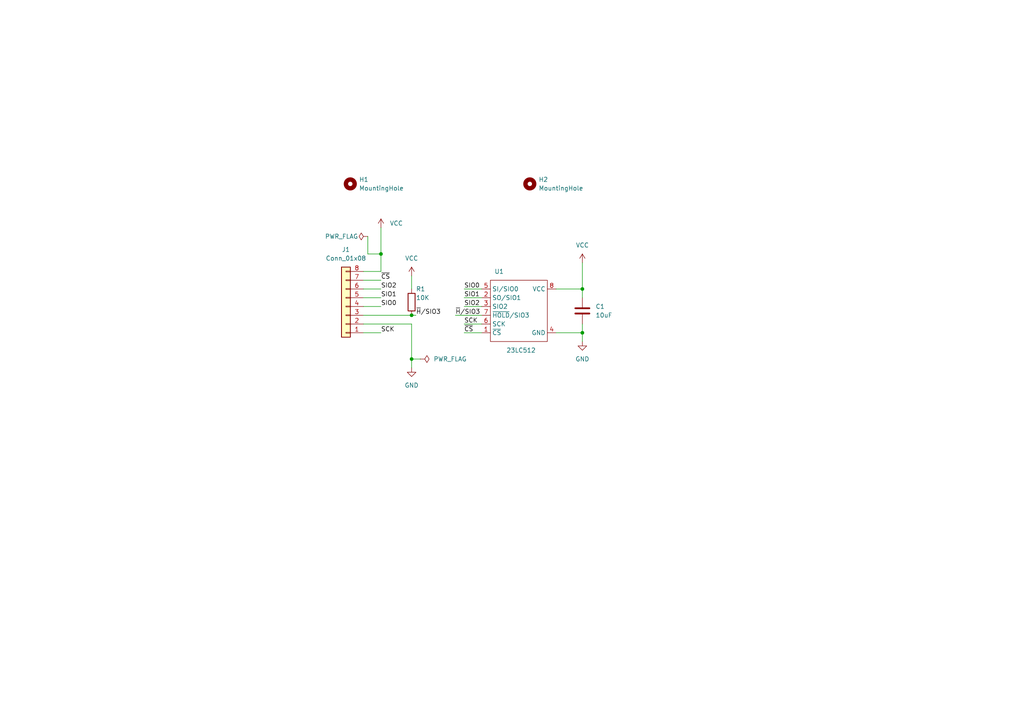
<source format=kicad_sch>
(kicad_sch (version 20211123) (generator eeschema)

  (uuid e63e39d7-6ac0-4ffd-8aa3-1841a4541b55)

  (paper "A4")

  (title_block
    (title "23LC512 Breakout")
    (date "2022-01-10")
    (rev "1")
    (comment 1 "Author: Scott Clewell")
  )

  (lib_symbols
    (symbol "Connector_Generic:Conn_01x08" (pin_names (offset 1.016) hide) (in_bom yes) (on_board yes)
      (property "Reference" "J" (id 0) (at 0 10.16 0)
        (effects (font (size 1.27 1.27)))
      )
      (property "Value" "Conn_01x08" (id 1) (at 0 -12.7 0)
        (effects (font (size 1.27 1.27)))
      )
      (property "Footprint" "" (id 2) (at 0 0 0)
        (effects (font (size 1.27 1.27)) hide)
      )
      (property "Datasheet" "~" (id 3) (at 0 0 0)
        (effects (font (size 1.27 1.27)) hide)
      )
      (property "ki_keywords" "connector" (id 4) (at 0 0 0)
        (effects (font (size 1.27 1.27)) hide)
      )
      (property "ki_description" "Generic connector, single row, 01x08, script generated (kicad-library-utils/schlib/autogen/connector/)" (id 5) (at 0 0 0)
        (effects (font (size 1.27 1.27)) hide)
      )
      (property "ki_fp_filters" "Connector*:*_1x??_*" (id 6) (at 0 0 0)
        (effects (font (size 1.27 1.27)) hide)
      )
      (symbol "Conn_01x08_1_1"
        (rectangle (start -1.27 -10.033) (end 0 -10.287)
          (stroke (width 0.1524) (type default) (color 0 0 0 0))
          (fill (type none))
        )
        (rectangle (start -1.27 -7.493) (end 0 -7.747)
          (stroke (width 0.1524) (type default) (color 0 0 0 0))
          (fill (type none))
        )
        (rectangle (start -1.27 -4.953) (end 0 -5.207)
          (stroke (width 0.1524) (type default) (color 0 0 0 0))
          (fill (type none))
        )
        (rectangle (start -1.27 -2.413) (end 0 -2.667)
          (stroke (width 0.1524) (type default) (color 0 0 0 0))
          (fill (type none))
        )
        (rectangle (start -1.27 0.127) (end 0 -0.127)
          (stroke (width 0.1524) (type default) (color 0 0 0 0))
          (fill (type none))
        )
        (rectangle (start -1.27 2.667) (end 0 2.413)
          (stroke (width 0.1524) (type default) (color 0 0 0 0))
          (fill (type none))
        )
        (rectangle (start -1.27 5.207) (end 0 4.953)
          (stroke (width 0.1524) (type default) (color 0 0 0 0))
          (fill (type none))
        )
        (rectangle (start -1.27 7.747) (end 0 7.493)
          (stroke (width 0.1524) (type default) (color 0 0 0 0))
          (fill (type none))
        )
        (rectangle (start -1.27 8.89) (end 1.27 -11.43)
          (stroke (width 0.254) (type default) (color 0 0 0 0))
          (fill (type background))
        )
        (pin passive line (at -5.08 7.62 0) (length 3.81)
          (name "Pin_1" (effects (font (size 1.27 1.27))))
          (number "1" (effects (font (size 1.27 1.27))))
        )
        (pin passive line (at -5.08 5.08 0) (length 3.81)
          (name "Pin_2" (effects (font (size 1.27 1.27))))
          (number "2" (effects (font (size 1.27 1.27))))
        )
        (pin passive line (at -5.08 2.54 0) (length 3.81)
          (name "Pin_3" (effects (font (size 1.27 1.27))))
          (number "3" (effects (font (size 1.27 1.27))))
        )
        (pin passive line (at -5.08 0 0) (length 3.81)
          (name "Pin_4" (effects (font (size 1.27 1.27))))
          (number "4" (effects (font (size 1.27 1.27))))
        )
        (pin passive line (at -5.08 -2.54 0) (length 3.81)
          (name "Pin_5" (effects (font (size 1.27 1.27))))
          (number "5" (effects (font (size 1.27 1.27))))
        )
        (pin passive line (at -5.08 -5.08 0) (length 3.81)
          (name "Pin_6" (effects (font (size 1.27 1.27))))
          (number "6" (effects (font (size 1.27 1.27))))
        )
        (pin passive line (at -5.08 -7.62 0) (length 3.81)
          (name "Pin_7" (effects (font (size 1.27 1.27))))
          (number "7" (effects (font (size 1.27 1.27))))
        )
        (pin passive line (at -5.08 -10.16 0) (length 3.81)
          (name "Pin_8" (effects (font (size 1.27 1.27))))
          (number "8" (effects (font (size 1.27 1.27))))
        )
      )
    )
    (symbol "Device:C" (pin_numbers hide) (pin_names (offset 0.254)) (in_bom yes) (on_board yes)
      (property "Reference" "C" (id 0) (at 0.635 2.54 0)
        (effects (font (size 1.27 1.27)) (justify left))
      )
      (property "Value" "C" (id 1) (at 0.635 -2.54 0)
        (effects (font (size 1.27 1.27)) (justify left))
      )
      (property "Footprint" "" (id 2) (at 0.9652 -3.81 0)
        (effects (font (size 1.27 1.27)) hide)
      )
      (property "Datasheet" "~" (id 3) (at 0 0 0)
        (effects (font (size 1.27 1.27)) hide)
      )
      (property "ki_keywords" "cap capacitor" (id 4) (at 0 0 0)
        (effects (font (size 1.27 1.27)) hide)
      )
      (property "ki_description" "Unpolarized capacitor" (id 5) (at 0 0 0)
        (effects (font (size 1.27 1.27)) hide)
      )
      (property "ki_fp_filters" "C_*" (id 6) (at 0 0 0)
        (effects (font (size 1.27 1.27)) hide)
      )
      (symbol "C_0_1"
        (polyline
          (pts
            (xy -2.032 -0.762)
            (xy 2.032 -0.762)
          )
          (stroke (width 0.508) (type default) (color 0 0 0 0))
          (fill (type none))
        )
        (polyline
          (pts
            (xy -2.032 0.762)
            (xy 2.032 0.762)
          )
          (stroke (width 0.508) (type default) (color 0 0 0 0))
          (fill (type none))
        )
      )
      (symbol "C_1_1"
        (pin passive line (at 0 3.81 270) (length 2.794)
          (name "~" (effects (font (size 1.27 1.27))))
          (number "1" (effects (font (size 1.27 1.27))))
        )
        (pin passive line (at 0 -3.81 90) (length 2.794)
          (name "~" (effects (font (size 1.27 1.27))))
          (number "2" (effects (font (size 1.27 1.27))))
        )
      )
    )
    (symbol "Device:R" (pin_numbers hide) (pin_names (offset 0)) (in_bom yes) (on_board yes)
      (property "Reference" "R" (id 0) (at 2.032 0 90)
        (effects (font (size 1.27 1.27)))
      )
      (property "Value" "R" (id 1) (at 0 0 90)
        (effects (font (size 1.27 1.27)))
      )
      (property "Footprint" "" (id 2) (at -1.778 0 90)
        (effects (font (size 1.27 1.27)) hide)
      )
      (property "Datasheet" "~" (id 3) (at 0 0 0)
        (effects (font (size 1.27 1.27)) hide)
      )
      (property "ki_keywords" "R res resistor" (id 4) (at 0 0 0)
        (effects (font (size 1.27 1.27)) hide)
      )
      (property "ki_description" "Resistor" (id 5) (at 0 0 0)
        (effects (font (size 1.27 1.27)) hide)
      )
      (property "ki_fp_filters" "R_*" (id 6) (at 0 0 0)
        (effects (font (size 1.27 1.27)) hide)
      )
      (symbol "R_0_1"
        (rectangle (start -1.016 -2.54) (end 1.016 2.54)
          (stroke (width 0.254) (type default) (color 0 0 0 0))
          (fill (type none))
        )
      )
      (symbol "R_1_1"
        (pin passive line (at 0 3.81 270) (length 1.27)
          (name "~" (effects (font (size 1.27 1.27))))
          (number "1" (effects (font (size 1.27 1.27))))
        )
        (pin passive line (at 0 -3.81 90) (length 1.27)
          (name "~" (effects (font (size 1.27 1.27))))
          (number "2" (effects (font (size 1.27 1.27))))
        )
      )
    )
    (symbol "Mechanical:MountingHole" (pin_names (offset 1.016)) (in_bom yes) (on_board yes)
      (property "Reference" "H" (id 0) (at 0 5.08 0)
        (effects (font (size 1.27 1.27)))
      )
      (property "Value" "MountingHole" (id 1) (at 0 3.175 0)
        (effects (font (size 1.27 1.27)))
      )
      (property "Footprint" "" (id 2) (at 0 0 0)
        (effects (font (size 1.27 1.27)) hide)
      )
      (property "Datasheet" "~" (id 3) (at 0 0 0)
        (effects (font (size 1.27 1.27)) hide)
      )
      (property "ki_keywords" "mounting hole" (id 4) (at 0 0 0)
        (effects (font (size 1.27 1.27)) hide)
      )
      (property "ki_description" "Mounting Hole without connection" (id 5) (at 0 0 0)
        (effects (font (size 1.27 1.27)) hide)
      )
      (property "ki_fp_filters" "MountingHole*" (id 6) (at 0 0 0)
        (effects (font (size 1.27 1.27)) hide)
      )
      (symbol "MountingHole_0_1"
        (circle (center 0 0) (radius 1.27)
          (stroke (width 1.27) (type default) (color 0 0 0 0))
          (fill (type none))
        )
      )
    )
    (symbol "PrjLibrary:23LC512" (in_bom yes) (on_board yes)
      (property "Reference" "U" (id 0) (at -8.89 8.89 0)
        (effects (font (size 1.27 1.27)))
      )
      (property "Value" "23LC512" (id 1) (at 0 -11.43 0)
        (effects (font (size 1.27 1.27)))
      )
      (property "Footprint" "" (id 2) (at -7.62 0 0)
        (effects (font (size 1.27 1.27)) hide)
      )
      (property "Datasheet" "" (id 3) (at -7.62 0 0)
        (effects (font (size 1.27 1.27)) hide)
      )
      (symbol "23LC512_0_1"
        (rectangle (start -8.89 7.62) (end 7.62 -10.16)
          (stroke (width 0) (type default) (color 0 0 0 0))
          (fill (type none))
        )
      )
      (symbol "23LC512_1_1"
        (pin input line (at -11.43 -7.62 0) (length 2.54)
          (name "~{CS}" (effects (font (size 1.27 1.27))))
          (number "1" (effects (font (size 1.27 1.27))))
        )
        (pin bidirectional line (at -11.43 2.54 0) (length 2.54)
          (name "SO/SIO1" (effects (font (size 1.27 1.27))))
          (number "2" (effects (font (size 1.27 1.27))))
        )
        (pin bidirectional line (at -11.43 0 0) (length 2.54)
          (name "SIO2" (effects (font (size 1.27 1.27))))
          (number "3" (effects (font (size 1.27 1.27))))
        )
        (pin input line (at 10.16 -7.62 180) (length 2.54)
          (name "GND" (effects (font (size 1.27 1.27))))
          (number "4" (effects (font (size 1.27 1.27))))
        )
        (pin bidirectional line (at -11.43 5.08 0) (length 2.54)
          (name "SI/SIO0" (effects (font (size 1.27 1.27))))
          (number "5" (effects (font (size 1.27 1.27))))
        )
        (pin input line (at -11.43 -5.08 0) (length 2.54)
          (name "SCK" (effects (font (size 1.27 1.27))))
          (number "6" (effects (font (size 1.27 1.27))))
        )
        (pin bidirectional line (at -11.43 -2.54 0) (length 2.54)
          (name "~{HOLD}/SIO3" (effects (font (size 1.27 1.27))))
          (number "7" (effects (font (size 1.27 1.27))))
        )
        (pin input line (at 10.16 5.08 180) (length 2.54)
          (name "VCC" (effects (font (size 1.27 1.27))))
          (number "8" (effects (font (size 1.27 1.27))))
        )
      )
    )
    (symbol "power:GND" (power) (pin_names (offset 0)) (in_bom yes) (on_board yes)
      (property "Reference" "#PWR" (id 0) (at 0 -6.35 0)
        (effects (font (size 1.27 1.27)) hide)
      )
      (property "Value" "GND" (id 1) (at 0 -3.81 0)
        (effects (font (size 1.27 1.27)))
      )
      (property "Footprint" "" (id 2) (at 0 0 0)
        (effects (font (size 1.27 1.27)) hide)
      )
      (property "Datasheet" "" (id 3) (at 0 0 0)
        (effects (font (size 1.27 1.27)) hide)
      )
      (property "ki_keywords" "power-flag" (id 4) (at 0 0 0)
        (effects (font (size 1.27 1.27)) hide)
      )
      (property "ki_description" "Power symbol creates a global label with name \"GND\" , ground" (id 5) (at 0 0 0)
        (effects (font (size 1.27 1.27)) hide)
      )
      (symbol "GND_0_1"
        (polyline
          (pts
            (xy 0 0)
            (xy 0 -1.27)
            (xy 1.27 -1.27)
            (xy 0 -2.54)
            (xy -1.27 -1.27)
            (xy 0 -1.27)
          )
          (stroke (width 0) (type default) (color 0 0 0 0))
          (fill (type none))
        )
      )
      (symbol "GND_1_1"
        (pin power_in line (at 0 0 270) (length 0) hide
          (name "GND" (effects (font (size 1.27 1.27))))
          (number "1" (effects (font (size 1.27 1.27))))
        )
      )
    )
    (symbol "power:PWR_FLAG" (power) (pin_numbers hide) (pin_names (offset 0) hide) (in_bom yes) (on_board yes)
      (property "Reference" "#FLG" (id 0) (at 0 1.905 0)
        (effects (font (size 1.27 1.27)) hide)
      )
      (property "Value" "PWR_FLAG" (id 1) (at 0 3.81 0)
        (effects (font (size 1.27 1.27)))
      )
      (property "Footprint" "" (id 2) (at 0 0 0)
        (effects (font (size 1.27 1.27)) hide)
      )
      (property "Datasheet" "~" (id 3) (at 0 0 0)
        (effects (font (size 1.27 1.27)) hide)
      )
      (property "ki_keywords" "power-flag" (id 4) (at 0 0 0)
        (effects (font (size 1.27 1.27)) hide)
      )
      (property "ki_description" "Special symbol for telling ERC where power comes from" (id 5) (at 0 0 0)
        (effects (font (size 1.27 1.27)) hide)
      )
      (symbol "PWR_FLAG_0_0"
        (pin power_out line (at 0 0 90) (length 0)
          (name "pwr" (effects (font (size 1.27 1.27))))
          (number "1" (effects (font (size 1.27 1.27))))
        )
      )
      (symbol "PWR_FLAG_0_1"
        (polyline
          (pts
            (xy 0 0)
            (xy 0 1.27)
            (xy -1.016 1.905)
            (xy 0 2.54)
            (xy 1.016 1.905)
            (xy 0 1.27)
          )
          (stroke (width 0) (type default) (color 0 0 0 0))
          (fill (type none))
        )
      )
    )
    (symbol "power:VCC" (power) (pin_names (offset 0)) (in_bom yes) (on_board yes)
      (property "Reference" "#PWR" (id 0) (at 0 -3.81 0)
        (effects (font (size 1.27 1.27)) hide)
      )
      (property "Value" "VCC" (id 1) (at 0 3.81 0)
        (effects (font (size 1.27 1.27)))
      )
      (property "Footprint" "" (id 2) (at 0 0 0)
        (effects (font (size 1.27 1.27)) hide)
      )
      (property "Datasheet" "" (id 3) (at 0 0 0)
        (effects (font (size 1.27 1.27)) hide)
      )
      (property "ki_keywords" "power-flag" (id 4) (at 0 0 0)
        (effects (font (size 1.27 1.27)) hide)
      )
      (property "ki_description" "Power symbol creates a global label with name \"VCC\"" (id 5) (at 0 0 0)
        (effects (font (size 1.27 1.27)) hide)
      )
      (symbol "VCC_0_1"
        (polyline
          (pts
            (xy -0.762 1.27)
            (xy 0 2.54)
          )
          (stroke (width 0) (type default) (color 0 0 0 0))
          (fill (type none))
        )
        (polyline
          (pts
            (xy 0 0)
            (xy 0 2.54)
          )
          (stroke (width 0) (type default) (color 0 0 0 0))
          (fill (type none))
        )
        (polyline
          (pts
            (xy 0 2.54)
            (xy 0.762 1.27)
          )
          (stroke (width 0) (type default) (color 0 0 0 0))
          (fill (type none))
        )
      )
      (symbol "VCC_1_1"
        (pin power_in line (at 0 0 90) (length 0) hide
          (name "VCC" (effects (font (size 1.27 1.27))))
          (number "1" (effects (font (size 1.27 1.27))))
        )
      )
    )
  )

  (junction (at 119.38 91.44) (diameter 0) (color 0 0 0 0)
    (uuid 034a85ce-1c49-4d0c-a92c-8b145a33b5fb)
  )
  (junction (at 119.38 104.14) (diameter 0) (color 0 0 0 0)
    (uuid 485fea15-2931-4f7e-b015-cc99a67ab9e6)
  )
  (junction (at 110.49 73.66) (diameter 0) (color 0 0 0 0)
    (uuid 9f3bd519-992c-4392-9cda-f47fc32c04f3)
  )
  (junction (at 168.91 96.52) (diameter 0) (color 0 0 0 0)
    (uuid ab3a9192-fc13-4397-b471-70d208b5967e)
  )
  (junction (at 168.91 83.82) (diameter 0) (color 0 0 0 0)
    (uuid ed3e869d-b4e7-48c5-b69f-e55e9e2896b4)
  )

  (wire (pts (xy 134.62 93.98) (xy 139.7 93.98))
    (stroke (width 0) (type default) (color 0 0 0 0))
    (uuid 1b30e593-b4d5-4b05-bf06-6307ced5e5d2)
  )
  (wire (pts (xy 119.38 104.14) (xy 121.92 104.14))
    (stroke (width 0) (type default) (color 0 0 0 0))
    (uuid 1e77d9d6-ddc3-4e59-a350-50dc9fdbf879)
  )
  (wire (pts (xy 119.38 104.14) (xy 119.38 106.68))
    (stroke (width 0) (type default) (color 0 0 0 0))
    (uuid 241935f6-c1d3-4e25-84cd-024129b300ac)
  )
  (wire (pts (xy 110.49 78.74) (xy 110.49 73.66))
    (stroke (width 0) (type default) (color 0 0 0 0))
    (uuid 33d1d90e-94ad-48ba-8d5a-cb519cca9fa1)
  )
  (wire (pts (xy 168.91 83.82) (xy 168.91 76.2))
    (stroke (width 0) (type default) (color 0 0 0 0))
    (uuid 348ce672-71c7-4b2f-a8dd-ad2ed5c62da1)
  )
  (wire (pts (xy 119.38 93.98) (xy 119.38 104.14))
    (stroke (width 0) (type default) (color 0 0 0 0))
    (uuid 4e910435-4332-48d2-b5ae-3720468cdb1c)
  )
  (wire (pts (xy 106.68 68.58) (xy 106.68 73.66))
    (stroke (width 0) (type default) (color 0 0 0 0))
    (uuid 57685107-2ba3-4e53-b53f-93402ba9b3de)
  )
  (wire (pts (xy 168.91 83.82) (xy 168.91 86.36))
    (stroke (width 0) (type default) (color 0 0 0 0))
    (uuid 5c081f5d-6bb7-4195-baa0-c37b80da7e6e)
  )
  (wire (pts (xy 105.41 78.74) (xy 110.49 78.74))
    (stroke (width 0) (type default) (color 0 0 0 0))
    (uuid 604ca294-7cdc-4ecf-841c-2c5cf0a4b093)
  )
  (wire (pts (xy 105.41 86.36) (xy 110.49 86.36))
    (stroke (width 0) (type default) (color 0 0 0 0))
    (uuid 73603101-4b8f-4337-88c9-8426e14c941e)
  )
  (wire (pts (xy 168.91 93.98) (xy 168.91 96.52))
    (stroke (width 0) (type default) (color 0 0 0 0))
    (uuid 758d0f35-bf1b-42e6-ad10-d6a3efab71d4)
  )
  (wire (pts (xy 134.62 96.52) (xy 139.7 96.52))
    (stroke (width 0) (type default) (color 0 0 0 0))
    (uuid 761307d2-4c47-4837-be74-cf9963a97979)
  )
  (wire (pts (xy 105.41 83.82) (xy 110.49 83.82))
    (stroke (width 0) (type default) (color 0 0 0 0))
    (uuid 797a31e4-70bb-43c7-92b2-a5160c155bb8)
  )
  (wire (pts (xy 161.29 96.52) (xy 168.91 96.52))
    (stroke (width 0) (type default) (color 0 0 0 0))
    (uuid 79e81eac-b77d-43b6-aae9-5587a55ed139)
  )
  (wire (pts (xy 105.41 81.28) (xy 110.49 81.28))
    (stroke (width 0) (type default) (color 0 0 0 0))
    (uuid 7eea1c40-2a87-4841-ad85-735ebee4c455)
  )
  (wire (pts (xy 105.41 88.9) (xy 110.49 88.9))
    (stroke (width 0) (type default) (color 0 0 0 0))
    (uuid 86ed1243-0ecd-49f5-b096-9bbe8ea79e5b)
  )
  (wire (pts (xy 168.91 96.52) (xy 168.91 99.06))
    (stroke (width 0) (type default) (color 0 0 0 0))
    (uuid 8b8b239c-fac6-4609-aed2-03f7635b421f)
  )
  (wire (pts (xy 110.49 66.04) (xy 110.49 73.66))
    (stroke (width 0) (type default) (color 0 0 0 0))
    (uuid 8bb7bf27-7d0e-436d-a697-8ed7a351fb72)
  )
  (wire (pts (xy 161.29 83.82) (xy 168.91 83.82))
    (stroke (width 0) (type default) (color 0 0 0 0))
    (uuid 90d4ad45-5c02-4e71-a3ca-4c841a6dad07)
  )
  (wire (pts (xy 134.62 83.82) (xy 139.7 83.82))
    (stroke (width 0) (type default) (color 0 0 0 0))
    (uuid a868c114-fddd-4891-903e-bffd8e107dff)
  )
  (wire (pts (xy 106.68 73.66) (xy 110.49 73.66))
    (stroke (width 0) (type default) (color 0 0 0 0))
    (uuid abd40c08-92db-44ae-b18e-c9679b567823)
  )
  (wire (pts (xy 105.41 96.52) (xy 110.49 96.52))
    (stroke (width 0) (type default) (color 0 0 0 0))
    (uuid b27bfc88-358d-4b86-8247-6299c389eb77)
  )
  (wire (pts (xy 132.08 91.44) (xy 139.7 91.44))
    (stroke (width 0) (type default) (color 0 0 0 0))
    (uuid c13b98ec-3cb7-4d14-94f2-abc406c7c035)
  )
  (wire (pts (xy 105.41 91.44) (xy 119.38 91.44))
    (stroke (width 0) (type default) (color 0 0 0 0))
    (uuid d1806295-3761-4a05-aab0-0c905879edee)
  )
  (wire (pts (xy 105.41 93.98) (xy 119.38 93.98))
    (stroke (width 0) (type default) (color 0 0 0 0))
    (uuid e232824c-3f34-4fb4-ae85-f5fad5cb082a)
  )
  (wire (pts (xy 119.38 80.01) (xy 119.38 83.82))
    (stroke (width 0) (type default) (color 0 0 0 0))
    (uuid e744087b-79b6-4775-8558-0949f7626abb)
  )
  (wire (pts (xy 119.38 91.44) (xy 120.65 91.44))
    (stroke (width 0) (type default) (color 0 0 0 0))
    (uuid ed74be29-c33a-4838-a01f-f9e93655ee79)
  )
  (wire (pts (xy 134.62 86.36) (xy 139.7 86.36))
    (stroke (width 0) (type default) (color 0 0 0 0))
    (uuid ee72fdba-cbf8-4079-a749-097a808cb112)
  )
  (wire (pts (xy 134.62 88.9) (xy 139.7 88.9))
    (stroke (width 0) (type default) (color 0 0 0 0))
    (uuid f1e7f7da-9ff2-4343-af42-91275785dd39)
  )

  (label "SIO1" (at 110.49 86.36 0)
    (effects (font (size 1.27 1.27)) (justify left bottom))
    (uuid 01c6c949-b3cb-4bf1-b3f4-7f7ebfc429b3)
  )
  (label "SIO2" (at 110.49 83.82 0)
    (effects (font (size 1.27 1.27)) (justify left bottom))
    (uuid 11fa722d-8d72-44dd-8f6f-cd32700dc8ba)
  )
  (label "SIO0" (at 110.49 88.9 0)
    (effects (font (size 1.27 1.27)) (justify left bottom))
    (uuid 157333b1-c6b5-4457-babe-c6704df91d31)
  )
  (label "~{H}{slash}SIO3" (at 132.08 91.44 0)
    (effects (font (size 1.27 1.27)) (justify left bottom))
    (uuid 1a05bef1-a2a6-4cee-a2ef-ce4abb0dcdfa)
  )
  (label "SCK" (at 134.62 93.98 0)
    (effects (font (size 1.27 1.27)) (justify left bottom))
    (uuid 523f2ceb-7f56-44ea-9752-010a025c1285)
  )
  (label "SIO1" (at 134.62 86.36 0)
    (effects (font (size 1.27 1.27)) (justify left bottom))
    (uuid 53d386ad-74db-4d7d-8985-688048789338)
  )
  (label "~{CS}" (at 134.62 96.52 0)
    (effects (font (size 1.27 1.27)) (justify left bottom))
    (uuid 9e6deb1c-f980-459c-bc4f-86bb7bc0ba12)
  )
  (label "SIO0" (at 134.62 83.82 0)
    (effects (font (size 1.27 1.27)) (justify left bottom))
    (uuid afeaf03d-04d4-429b-8fb4-f6c8c69cdf43)
  )
  (label "SCK" (at 110.49 96.52 0)
    (effects (font (size 1.27 1.27)) (justify left bottom))
    (uuid b72bc46e-2136-4d7c-b01a-c4fcee0261f3)
  )
  (label "~{CS}" (at 110.49 81.28 0)
    (effects (font (size 1.27 1.27)) (justify left bottom))
    (uuid bff972dd-76be-4541-b2ca-5bebd42b1f2b)
  )
  (label "~{H}{slash}SIO3" (at 120.65 91.44 0)
    (effects (font (size 1.27 1.27)) (justify left bottom))
    (uuid e45fc21f-6c07-4f4f-84f8-0d160167a5ce)
  )
  (label "SIO2" (at 134.62 88.9 0)
    (effects (font (size 1.27 1.27)) (justify left bottom))
    (uuid f8a8e212-c063-48cc-aefe-1c089a485746)
  )

  (symbol (lib_id "power:PWR_FLAG") (at 106.68 68.58 90) (unit 1)
    (in_bom yes) (on_board yes)
    (uuid 0795db5d-c47d-4ea2-9d8a-a850041af315)
    (property "Reference" "#FLG0102" (id 0) (at 104.775 68.58 0)
      (effects (font (size 1.27 1.27)) hide)
    )
    (property "Value" "PWR_FLAG" (id 1) (at 99.06 68.58 90))
    (property "Footprint" "" (id 2) (at 106.68 68.58 0)
      (effects (font (size 1.27 1.27)) hide)
    )
    (property "Datasheet" "~" (id 3) (at 106.68 68.58 0)
      (effects (font (size 1.27 1.27)) hide)
    )
    (pin "1" (uuid 1ef09e1e-8fba-4ef4-91b0-1ba025dae480))
  )

  (symbol (lib_id "Device:R") (at 119.38 87.63 0) (unit 1)
    (in_bom yes) (on_board yes)
    (uuid 33878cd7-bd47-4e02-b2dc-cc5595195726)
    (property "Reference" "R1" (id 0) (at 120.65 83.82 0)
      (effects (font (size 1.27 1.27)) (justify left))
    )
    (property "Value" "10K" (id 1) (at 120.65 86.36 0)
      (effects (font (size 1.27 1.27)) (justify left))
    )
    (property "Footprint" "Resistor_SMD:R_1206_3216Metric" (id 2) (at 117.602 87.63 90)
      (effects (font (size 1.27 1.27)) hide)
    )
    (property "Datasheet" "~" (id 3) (at 119.38 87.63 0)
      (effects (font (size 1.27 1.27)) hide)
    )
    (pin "1" (uuid 0ced61bf-4c91-4726-b759-148f57af6ec0))
    (pin "2" (uuid 07fe1ba8-26f5-4790-a6e1-6935e8dc7062))
  )

  (symbol (lib_id "power:GND") (at 168.91 99.06 0) (unit 1)
    (in_bom yes) (on_board yes) (fields_autoplaced)
    (uuid 47951637-1c2d-47e4-b951-729fdd445e0b)
    (property "Reference" "#PWR05" (id 0) (at 168.91 105.41 0)
      (effects (font (size 1.27 1.27)) hide)
    )
    (property "Value" "GND" (id 1) (at 168.91 104.14 0))
    (property "Footprint" "" (id 2) (at 168.91 99.06 0)
      (effects (font (size 1.27 1.27)) hide)
    )
    (property "Datasheet" "" (id 3) (at 168.91 99.06 0)
      (effects (font (size 1.27 1.27)) hide)
    )
    (pin "1" (uuid 070fe602-23e5-4621-9867-2b7ee5a38e15))
  )

  (symbol (lib_id "Device:C") (at 168.91 90.17 0) (unit 1)
    (in_bom yes) (on_board yes) (fields_autoplaced)
    (uuid 54af9a31-899a-431b-93f8-75cdc5f6523e)
    (property "Reference" "C1" (id 0) (at 172.72 88.8999 0)
      (effects (font (size 1.27 1.27)) (justify left))
    )
    (property "Value" "10uF" (id 1) (at 172.72 91.4399 0)
      (effects (font (size 1.27 1.27)) (justify left))
    )
    (property "Footprint" "Capacitor_SMD:C_1206_3216Metric" (id 2) (at 169.8752 93.98 0)
      (effects (font (size 1.27 1.27)) hide)
    )
    (property "Datasheet" "~" (id 3) (at 168.91 90.17 0)
      (effects (font (size 1.27 1.27)) hide)
    )
    (pin "1" (uuid e84ff6d4-c014-4afd-b10d-5f35f7aede82))
    (pin "2" (uuid b25d45ac-dd44-46c6-927b-3ad7a800f670))
  )

  (symbol (lib_id "Mechanical:MountingHole") (at 101.6 53.34 0) (unit 1)
    (in_bom yes) (on_board yes) (fields_autoplaced)
    (uuid 684dd7fc-eab4-4bab-96df-b884c79be082)
    (property "Reference" "H1" (id 0) (at 104.14 52.0699 0)
      (effects (font (size 1.27 1.27)) (justify left))
    )
    (property "Value" "MountingHole" (id 1) (at 104.14 54.6099 0)
      (effects (font (size 1.27 1.27)) (justify left))
    )
    (property "Footprint" "MountingHole:MountingHole_2.5mm" (id 2) (at 101.6 53.34 0)
      (effects (font (size 1.27 1.27)) hide)
    )
    (property "Datasheet" "~" (id 3) (at 101.6 53.34 0)
      (effects (font (size 1.27 1.27)) hide)
    )
  )

  (symbol (lib_id "power:VCC") (at 168.91 76.2 0) (unit 1)
    (in_bom yes) (on_board yes) (fields_autoplaced)
    (uuid 7903d7b7-e40e-4664-8afa-051aa5aa5168)
    (property "Reference" "#PWR04" (id 0) (at 168.91 80.01 0)
      (effects (font (size 1.27 1.27)) hide)
    )
    (property "Value" "VCC" (id 1) (at 168.91 71.12 0))
    (property "Footprint" "" (id 2) (at 168.91 76.2 0)
      (effects (font (size 1.27 1.27)) hide)
    )
    (property "Datasheet" "" (id 3) (at 168.91 76.2 0)
      (effects (font (size 1.27 1.27)) hide)
    )
    (pin "1" (uuid 84395ca6-6d92-48fd-8f55-6c91c063b673))
  )

  (symbol (lib_id "power:VCC") (at 110.49 66.04 0) (unit 1)
    (in_bom yes) (on_board yes) (fields_autoplaced)
    (uuid 8147789f-ed93-4ba2-ba82-8efbdcebbe6d)
    (property "Reference" "#PWR01" (id 0) (at 110.49 69.85 0)
      (effects (font (size 1.27 1.27)) hide)
    )
    (property "Value" "VCC" (id 1) (at 113.03 64.7699 0)
      (effects (font (size 1.27 1.27)) (justify left))
    )
    (property "Footprint" "" (id 2) (at 110.49 66.04 0)
      (effects (font (size 1.27 1.27)) hide)
    )
    (property "Datasheet" "" (id 3) (at 110.49 66.04 0)
      (effects (font (size 1.27 1.27)) hide)
    )
    (pin "1" (uuid 72b3a237-511e-4802-997b-ec6c299c2877))
  )

  (symbol (lib_id "power:GND") (at 119.38 106.68 0) (unit 1)
    (in_bom yes) (on_board yes) (fields_autoplaced)
    (uuid 98122a27-59cd-4288-836e-0ccf66b96292)
    (property "Reference" "#PWR02" (id 0) (at 119.38 113.03 0)
      (effects (font (size 1.27 1.27)) hide)
    )
    (property "Value" "GND" (id 1) (at 119.38 111.76 0))
    (property "Footprint" "" (id 2) (at 119.38 106.68 0)
      (effects (font (size 1.27 1.27)) hide)
    )
    (property "Datasheet" "" (id 3) (at 119.38 106.68 0)
      (effects (font (size 1.27 1.27)) hide)
    )
    (pin "1" (uuid ed4a3881-c84f-48c1-9709-363f669c8edb))
  )

  (symbol (lib_id "PrjLibrary:23LC512") (at 151.13 88.9 0) (unit 1)
    (in_bom yes) (on_board yes)
    (uuid 9ae36fdf-b954-4b4f-9036-34b545920874)
    (property "Reference" "U1" (id 0) (at 144.78 78.74 0))
    (property "Value" "23LC512" (id 1) (at 151.13 101.6 0))
    (property "Footprint" "Package_SO:SO-8_3.9x4.9mm_P1.27mm" (id 2) (at 143.51 88.9 0)
      (effects (font (size 1.27 1.27)) hide)
    )
    (property "Datasheet" "" (id 3) (at 143.51 88.9 0)
      (effects (font (size 1.27 1.27)) hide)
    )
    (pin "1" (uuid f6e34d05-cfae-4f8c-b7e4-6c11c52658a4))
    (pin "2" (uuid 5dd81d8e-52da-49b2-933b-9839f30736d9))
    (pin "3" (uuid ad758c5b-2bf9-44ae-9178-1b6ad97e957d))
    (pin "4" (uuid 39b9ec9d-1412-472a-a762-a4be6a470b05))
    (pin "5" (uuid 48d5dafd-5fc8-4c19-aff7-c093c9297494))
    (pin "6" (uuid 7e883e4c-340a-489f-91f8-81c736f70762))
    (pin "7" (uuid 7f6eb170-45d4-4ffa-9b14-5dd2bd592f83))
    (pin "8" (uuid 4f381a70-8413-47ae-aae9-f796725af99e))
  )

  (symbol (lib_id "Connector_Generic:Conn_01x08") (at 100.33 88.9 180) (unit 1)
    (in_bom yes) (on_board yes) (fields_autoplaced)
    (uuid bda55d11-341f-4d7d-94ab-e6f51955fb59)
    (property "Reference" "J1" (id 0) (at 100.33 72.39 0))
    (property "Value" "Conn_01x08" (id 1) (at 100.33 74.93 0))
    (property "Footprint" "PrjLibrary:PinHeader_1x08_P2.54mm_Vertical" (id 2) (at 100.33 88.9 0)
      (effects (font (size 1.27 1.27)) hide)
    )
    (property "Datasheet" "~" (id 3) (at 100.33 88.9 0)
      (effects (font (size 1.27 1.27)) hide)
    )
    (pin "1" (uuid edf15073-43f3-481b-98b2-205bb5b45732))
    (pin "2" (uuid 77baa05d-cee7-4d55-b1da-cb504834ca41))
    (pin "3" (uuid 639da7ce-941b-4570-a4b2-52d07299ed7d))
    (pin "4" (uuid effd4d9b-cd38-44c1-b8eb-2c7bc83a5deb))
    (pin "5" (uuid 5c11fa2b-c254-4c56-8c4e-984ee0f6d879))
    (pin "6" (uuid dcbacdd1-71f9-403f-922e-311e4a8d385b))
    (pin "7" (uuid 2d6348b5-3553-4f65-8b27-7ae9ccc52ec4))
    (pin "8" (uuid b9b30e04-09b6-485d-b257-acdcef639f32))
  )

  (symbol (lib_id "power:VCC") (at 119.38 80.01 0) (unit 1)
    (in_bom yes) (on_board yes) (fields_autoplaced)
    (uuid c7e61743-04a2-4fae-959f-9ef8f3f9be5f)
    (property "Reference" "#PWR03" (id 0) (at 119.38 83.82 0)
      (effects (font (size 1.27 1.27)) hide)
    )
    (property "Value" "VCC" (id 1) (at 119.38 74.93 0))
    (property "Footprint" "" (id 2) (at 119.38 80.01 0)
      (effects (font (size 1.27 1.27)) hide)
    )
    (property "Datasheet" "" (id 3) (at 119.38 80.01 0)
      (effects (font (size 1.27 1.27)) hide)
    )
    (pin "1" (uuid 35a67b50-1e25-431e-81e3-cce0a959cd2a))
  )

  (symbol (lib_id "Mechanical:MountingHole") (at 153.67 53.34 0) (unit 1)
    (in_bom yes) (on_board yes) (fields_autoplaced)
    (uuid e2eda691-8139-4c23-a673-309dbd7ed26b)
    (property "Reference" "H2" (id 0) (at 156.21 52.0699 0)
      (effects (font (size 1.27 1.27)) (justify left))
    )
    (property "Value" "MountingHole" (id 1) (at 156.21 54.6099 0)
      (effects (font (size 1.27 1.27)) (justify left))
    )
    (property "Footprint" "MountingHole:MountingHole_2.5mm" (id 2) (at 153.67 53.34 0)
      (effects (font (size 1.27 1.27)) hide)
    )
    (property "Datasheet" "~" (id 3) (at 153.67 53.34 0)
      (effects (font (size 1.27 1.27)) hide)
    )
  )

  (symbol (lib_id "power:PWR_FLAG") (at 121.92 104.14 270) (unit 1)
    (in_bom yes) (on_board yes) (fields_autoplaced)
    (uuid f7030d11-a168-4d5f-8437-2eeb208d9b5d)
    (property "Reference" "#FLG0101" (id 0) (at 123.825 104.14 0)
      (effects (font (size 1.27 1.27)) hide)
    )
    (property "Value" "PWR_FLAG" (id 1) (at 125.73 104.1399 90)
      (effects (font (size 1.27 1.27)) (justify left))
    )
    (property "Footprint" "" (id 2) (at 121.92 104.14 0)
      (effects (font (size 1.27 1.27)) hide)
    )
    (property "Datasheet" "~" (id 3) (at 121.92 104.14 0)
      (effects (font (size 1.27 1.27)) hide)
    )
    (pin "1" (uuid c3c85425-bf9a-46ba-b149-1fe47f1a56a8))
  )

  (sheet_instances
    (path "/" (page "1"))
  )

  (symbol_instances
    (path "/f7030d11-a168-4d5f-8437-2eeb208d9b5d"
      (reference "#FLG0101") (unit 1) (value "PWR_FLAG") (footprint "")
    )
    (path "/0795db5d-c47d-4ea2-9d8a-a850041af315"
      (reference "#FLG0102") (unit 1) (value "PWR_FLAG") (footprint "")
    )
    (path "/8147789f-ed93-4ba2-ba82-8efbdcebbe6d"
      (reference "#PWR01") (unit 1) (value "VCC") (footprint "")
    )
    (path "/98122a27-59cd-4288-836e-0ccf66b96292"
      (reference "#PWR02") (unit 1) (value "GND") (footprint "")
    )
    (path "/c7e61743-04a2-4fae-959f-9ef8f3f9be5f"
      (reference "#PWR03") (unit 1) (value "VCC") (footprint "")
    )
    (path "/7903d7b7-e40e-4664-8afa-051aa5aa5168"
      (reference "#PWR04") (unit 1) (value "VCC") (footprint "")
    )
    (path "/47951637-1c2d-47e4-b951-729fdd445e0b"
      (reference "#PWR05") (unit 1) (value "GND") (footprint "")
    )
    (path "/54af9a31-899a-431b-93f8-75cdc5f6523e"
      (reference "C1") (unit 1) (value "10uF") (footprint "Capacitor_SMD:C_1206_3216Metric")
    )
    (path "/684dd7fc-eab4-4bab-96df-b884c79be082"
      (reference "H1") (unit 1) (value "MountingHole") (footprint "MountingHole:MountingHole_2.5mm")
    )
    (path "/e2eda691-8139-4c23-a673-309dbd7ed26b"
      (reference "H2") (unit 1) (value "MountingHole") (footprint "MountingHole:MountingHole_2.5mm")
    )
    (path "/bda55d11-341f-4d7d-94ab-e6f51955fb59"
      (reference "J1") (unit 1) (value "Conn_01x08") (footprint "PrjLibrary:PinHeader_1x08_P2.54mm_Vertical")
    )
    (path "/33878cd7-bd47-4e02-b2dc-cc5595195726"
      (reference "R1") (unit 1) (value "10K") (footprint "Resistor_SMD:R_1206_3216Metric")
    )
    (path "/9ae36fdf-b954-4b4f-9036-34b545920874"
      (reference "U1") (unit 1) (value "23LC512") (footprint "Package_SO:SO-8_3.9x4.9mm_P1.27mm")
    )
  )
)

</source>
